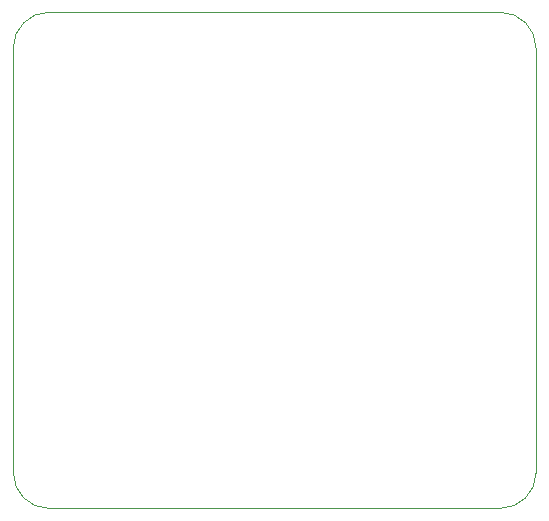
<source format=gm1>
G04 #@! TF.GenerationSoftware,KiCad,Pcbnew,8.0.5*
G04 #@! TF.CreationDate,2024-11-29T11:32:06+09:00*
G04 #@! TF.ProjectId,esp32_primary_board_v2,65737033-325f-4707-9269-6d6172795f62,rev?*
G04 #@! TF.SameCoordinates,Original*
G04 #@! TF.FileFunction,Profile,NP*
%FSLAX46Y46*%
G04 Gerber Fmt 4.6, Leading zero omitted, Abs format (unit mm)*
G04 Created by KiCad (PCBNEW 8.0.5) date 2024-11-29 11:32:06*
%MOMM*%
%LPD*%
G01*
G04 APERTURE LIST*
G04 #@! TA.AperFunction,Profile*
%ADD10C,0.038100*%
G04 #@! TD*
G04 APERTURE END LIST*
D10*
X159250000Y-139000000D02*
G75*
G02*
X156250000Y-142000000I-3000000J0D01*
G01*
X159250000Y-103000000D02*
X159250000Y-139000000D01*
X115000000Y-139000000D02*
X115000000Y-103000000D01*
X156250000Y-142000000D02*
X118000000Y-142000000D01*
X115000000Y-103000000D02*
G75*
G02*
X118000000Y-100000000I3000000J0D01*
G01*
X118000000Y-100000000D02*
X120000000Y-100000000D01*
X118000000Y-142000000D02*
G75*
G02*
X115000000Y-139000000I0J3000000D01*
G01*
X156250000Y-100000000D02*
G75*
G02*
X159250000Y-103000000I0J-3000000D01*
G01*
X120000000Y-100000000D02*
X156250000Y-100000000D01*
M02*

</source>
